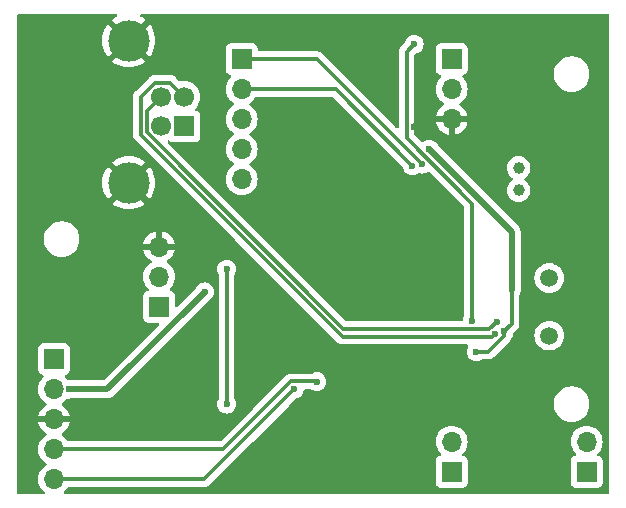
<source format=gbr>
%TF.GenerationSoftware,KiCad,Pcbnew,7.0.7*%
%TF.CreationDate,2023-12-05T11:36:27+01:00*%
%TF.ProjectId,PF,50462e6b-6963-4616-945f-706362585858,rev?*%
%TF.SameCoordinates,Original*%
%TF.FileFunction,Copper,L2,Bot*%
%TF.FilePolarity,Positive*%
%FSLAX46Y46*%
G04 Gerber Fmt 4.6, Leading zero omitted, Abs format (unit mm)*
G04 Created by KiCad (PCBNEW 7.0.7) date 2023-12-05 11:36:27*
%MOMM*%
%LPD*%
G01*
G04 APERTURE LIST*
%TA.AperFunction,ComponentPad*%
%ADD10R,1.700000X1.700000*%
%TD*%
%TA.AperFunction,ComponentPad*%
%ADD11O,1.700000X1.700000*%
%TD*%
%TA.AperFunction,ComponentPad*%
%ADD12C,1.000000*%
%TD*%
%TA.AperFunction,ComponentPad*%
%ADD13C,1.500000*%
%TD*%
%TA.AperFunction,ComponentPad*%
%ADD14C,1.700000*%
%TD*%
%TA.AperFunction,ComponentPad*%
%ADD15C,3.500000*%
%TD*%
%TA.AperFunction,ViaPad*%
%ADD16C,0.600000*%
%TD*%
%TA.AperFunction,Conductor*%
%ADD17C,0.300000*%
%TD*%
%TA.AperFunction,Conductor*%
%ADD18C,0.500000*%
%TD*%
G04 APERTURE END LIST*
D10*
%TO.P,CON1,1,VPP*%
%TO.N,/~{MCLR}*%
X112395000Y-99695000D03*
D11*
%TO.P,CON1,2,VDD*%
%TO.N,+3V3*%
X112395000Y-102235000D03*
%TO.P,CON1,3,GND*%
%TO.N,GND*%
X112395000Y-104775000D03*
%TO.P,CON1,4,PGD*%
%TO.N,/PGD*%
X112395000Y-107315000D03*
%TO.P,CON1,5,PGC*%
%TO.N,/PGC*%
X112395000Y-109855000D03*
%TD*%
D12*
%TO.P,Q2,1,1*%
%TO.N,/SOSCI*%
X151715000Y-85405000D03*
%TO.P,Q2,2,2*%
%TO.N,/SOSCO*%
X151715000Y-83505000D03*
%TD*%
D10*
%TO.P,J3,1,Pin_1*%
%TO.N,/ANT_1*%
X146050000Y-109220000D03*
D11*
%TO.P,J3,2,Pin_2*%
%TO.N,/ANT_2*%
X146050000Y-106680000D03*
%TD*%
D13*
%TO.P,Q1,1,1*%
%TO.N,/OSCI*%
X154305000Y-97700000D03*
%TO.P,Q1,2,2*%
%TO.N,/OSCO*%
X154305000Y-92820000D03*
%TD*%
D10*
%TO.P,J6,1,Pin_1*%
%TO.N,Net-(J6-Pin_1)*%
X121285000Y-95250000D03*
D11*
%TO.P,J6,2,Pin_2*%
%TO.N,unconnected-(J6-Pin_2-Pad2)*%
X121285000Y-92710000D03*
%TO.P,J6,3,Pin_3*%
%TO.N,GND*%
X121285000Y-90170000D03*
%TD*%
D10*
%TO.P,J4,1,Pin_1*%
%TO.N,/RX*%
X128270000Y-74295000D03*
D11*
%TO.P,J4,2,Pin_2*%
%TO.N,/TX*%
X128270000Y-76835000D03*
%TO.P,J4,3,Pin_3*%
%TO.N,unconnected-(J4-Pin_3-Pad3)*%
X128270000Y-79375000D03*
%TO.P,J4,4,Pin_4*%
%TO.N,unconnected-(J4-Pin_4-Pad4)*%
X128270000Y-81915000D03*
%TO.P,J4,5,Pin_5*%
%TO.N,unconnected-(J4-Pin_5-Pad5)*%
X128270000Y-84455000D03*
%TD*%
D10*
%TO.P,J2,1,VBUS*%
%TO.N,+5V*%
X123417500Y-79990000D03*
D14*
%TO.P,J2,2,D-*%
%TO.N,/D-*%
X123417500Y-77490000D03*
%TO.P,J2,3,D+*%
%TO.N,/D+*%
X121417500Y-77490000D03*
%TO.P,J2,4,GND*%
%TO.N,GND*%
X121417500Y-79990000D03*
D15*
%TO.P,J2,5,Shield*%
X118707500Y-84760000D03*
X118707500Y-72720000D03*
%TD*%
D10*
%TO.P,J5,1,Pin_1*%
%TO.N,/ANT_1*%
X157480000Y-109220000D03*
D11*
%TO.P,J5,2,Pin_2*%
%TO.N,/ANT_2*%
X157480000Y-106680000D03*
%TD*%
D10*
%TO.P,J1,1,Pin_1*%
%TO.N,unconnected-(J1-Pin_1-Pad1)*%
X146050000Y-74295000D03*
D11*
%TO.P,J1,2,Pin_2*%
%TO.N,+3V3*%
X146050000Y-76835000D03*
%TO.P,J1,3,Pin_3*%
%TO.N,GND*%
X146050000Y-79375000D03*
%TD*%
D16*
%TO.N,Net-(IC1-VBUS)*%
X142875000Y-73025000D03*
X147773664Y-96505901D03*
%TO.N,+3V3*%
X148135500Y-99060000D03*
X125125000Y-94010000D03*
X113665000Y-102235000D03*
X151130000Y-93775500D03*
X150495000Y-97332819D03*
X144145000Y-81915000D03*
%TO.N,GND*%
X130038984Y-93843984D03*
X138430000Y-100965000D03*
X142875000Y-80010000D03*
%TO.N,/PGC*%
X132715000Y-102235000D03*
%TO.N,/PGD*%
X134620000Y-101600000D03*
%TO.N,/~{MCLR}*%
X127000000Y-103505000D03*
X127000000Y-92075000D03*
%TO.N,/RX*%
X143510000Y-83185000D03*
%TO.N,/TX*%
X142723489Y-83328545D03*
%TO.N,/D-*%
X149678502Y-97608502D03*
%TO.N,/D+*%
X149845500Y-96520000D03*
%TD*%
D17*
%TO.N,Net-(IC1-VBUS)*%
X142225000Y-73675000D02*
X142875000Y-73025000D01*
X147773664Y-86529425D02*
X142225000Y-80980761D01*
X142225000Y-80980761D02*
X142225000Y-73675000D01*
X147773664Y-96505901D02*
X147773664Y-86529425D01*
%TO.N,/D+*%
X120217500Y-80487057D02*
X120217500Y-78690000D01*
X136885443Y-97155000D02*
X120217500Y-80487057D01*
X149210500Y-97155000D02*
X136885443Y-97155000D01*
X149845500Y-96520000D02*
X149210500Y-97155000D01*
X120217500Y-78690000D02*
X121417500Y-77490000D01*
%TO.N,+3V3*%
X148135500Y-99060000D02*
X149146243Y-99060000D01*
X150495000Y-97711243D02*
X150495000Y-97332819D01*
X149146243Y-99060000D02*
X150495000Y-97711243D01*
%TO.N,/D-*%
X122217500Y-76290000D02*
X123417500Y-77490000D01*
X120920443Y-76290000D02*
X122217500Y-76290000D01*
X119717500Y-77492943D02*
X120920443Y-76290000D01*
X119717500Y-80694164D02*
X119717500Y-77492943D01*
X136827837Y-97804500D02*
X119717500Y-80694164D01*
X149482504Y-97804500D02*
X136827837Y-97804500D01*
X149678502Y-97608502D02*
X149482504Y-97804500D01*
%TO.N,+3V3*%
X151130000Y-96697819D02*
X151130000Y-93775500D01*
X150495000Y-97332819D02*
X151130000Y-96697819D01*
D18*
X144145000Y-81915000D02*
X151130000Y-88900000D01*
X116900000Y-102235000D02*
X113665000Y-102235000D01*
X125125000Y-94010000D02*
X116900000Y-102235000D01*
X151130000Y-88900000D02*
X151130000Y-93775500D01*
%TO.N,GND*%
X146050000Y-79375000D02*
X143510000Y-79375000D01*
D17*
X138430000Y-100965000D02*
X137795000Y-101600000D01*
D18*
X143510000Y-79375000D02*
X142875000Y-80010000D01*
D17*
X130038984Y-93843984D02*
X130673984Y-93843984D01*
X130673984Y-93843984D02*
X130810000Y-93980000D01*
%TO.N,/PGC*%
X125095000Y-109855000D02*
X132715000Y-102235000D01*
X125095000Y-109855000D02*
X112395000Y-109855000D01*
%TO.N,/PGD*%
X132445761Y-101585000D02*
X134605000Y-101585000D01*
X112395000Y-107315000D02*
X126715761Y-107315000D01*
X134605000Y-101585000D02*
X134620000Y-101600000D01*
X126715761Y-107315000D02*
X132445761Y-101585000D01*
%TO.N,/~{MCLR}*%
X127000000Y-92075000D02*
X127000000Y-103505000D01*
%TO.N,/RX*%
X143510000Y-83185000D02*
X134620000Y-74295000D01*
X134620000Y-74295000D02*
X128270000Y-74295000D01*
%TO.N,/TX*%
X142723489Y-83328545D02*
X136229944Y-76835000D01*
X136229944Y-76835000D02*
X128270000Y-76835000D01*
%TD*%
%TA.AperFunction,Conductor*%
%TO.N,GND*%
G36*
X117687689Y-70504685D02*
G01*
X117733444Y-70557489D01*
X117743388Y-70626647D01*
X117714363Y-70690203D01*
X117675494Y-70720212D01*
X117580093Y-70767258D01*
X117580080Y-70767265D01*
X117334850Y-70931123D01*
X117301458Y-70960406D01*
X117976418Y-71635365D01*
X118009903Y-71696688D01*
X118004919Y-71766379D01*
X117963466Y-71821999D01*
X117919278Y-71855368D01*
X117801726Y-71984318D01*
X117742015Y-72020600D01*
X117672167Y-72018839D01*
X117622408Y-71988461D01*
X116947906Y-71313958D01*
X116918623Y-71347350D01*
X116754765Y-71592580D01*
X116754758Y-71592593D01*
X116624312Y-71857111D01*
X116529505Y-72136400D01*
X116529501Y-72136415D01*
X116471964Y-72425675D01*
X116471962Y-72425687D01*
X116452672Y-72720000D01*
X116471962Y-73014312D01*
X116471964Y-73014324D01*
X116529501Y-73303584D01*
X116529505Y-73303599D01*
X116624312Y-73582888D01*
X116754758Y-73847406D01*
X116754765Y-73847419D01*
X116918622Y-74092648D01*
X116947906Y-74126039D01*
X117622408Y-73451537D01*
X117683731Y-73418052D01*
X117753422Y-73423036D01*
X117801722Y-73455676D01*
X117919282Y-73584634D01*
X117963464Y-73617998D01*
X118005099Y-73674106D01*
X118009792Y-73743817D01*
X117976418Y-73804633D01*
X117301459Y-74479592D01*
X117301459Y-74479593D01*
X117334844Y-74508872D01*
X117334848Y-74508875D01*
X117580080Y-74672734D01*
X117580093Y-74672741D01*
X117844611Y-74803187D01*
X118123900Y-74897994D01*
X118123915Y-74897998D01*
X118413175Y-74955535D01*
X118413187Y-74955537D01*
X118707499Y-74974827D01*
X119001812Y-74955537D01*
X119001824Y-74955535D01*
X119291084Y-74897998D01*
X119291099Y-74897994D01*
X119570388Y-74803187D01*
X119834906Y-74672741D01*
X119834919Y-74672734D01*
X120080150Y-74508877D01*
X120113539Y-74479593D01*
X120113540Y-74479592D01*
X119438581Y-73804633D01*
X119405096Y-73743310D01*
X119410080Y-73673618D01*
X119451533Y-73618000D01*
X119495718Y-73584634D01*
X119613276Y-73455678D01*
X119672983Y-73419400D01*
X119742831Y-73421160D01*
X119792591Y-73451538D01*
X120467092Y-74126040D01*
X120467093Y-74126039D01*
X120496377Y-74092650D01*
X120660234Y-73847419D01*
X120660241Y-73847406D01*
X120790687Y-73582888D01*
X120885494Y-73303599D01*
X120885498Y-73303584D01*
X120943035Y-73014324D01*
X120943037Y-73014312D01*
X120962327Y-72720000D01*
X120943037Y-72425687D01*
X120943035Y-72425675D01*
X120885498Y-72136415D01*
X120885494Y-72136400D01*
X120790687Y-71857111D01*
X120660241Y-71592593D01*
X120660234Y-71592580D01*
X120496375Y-71347348D01*
X120496372Y-71347344D01*
X120467093Y-71313959D01*
X120467092Y-71313959D01*
X119792590Y-71988461D01*
X119731267Y-72021946D01*
X119661575Y-72016962D01*
X119613276Y-71984321D01*
X119495718Y-71855366D01*
X119451533Y-71821999D01*
X119409898Y-71765890D01*
X119405207Y-71696178D01*
X119438580Y-71635365D01*
X120113539Y-70960406D01*
X120080148Y-70931122D01*
X119834919Y-70767265D01*
X119834906Y-70767258D01*
X119739506Y-70720212D01*
X119688087Y-70672907D01*
X119670405Y-70605312D01*
X119692075Y-70538887D01*
X119746216Y-70494723D01*
X119794350Y-70485000D01*
X159261000Y-70485000D01*
X159328039Y-70504685D01*
X159373794Y-70557489D01*
X159385000Y-70609000D01*
X159385000Y-111001000D01*
X159365315Y-111068039D01*
X159312511Y-111113794D01*
X159261000Y-111125000D01*
X113329056Y-111125000D01*
X113262017Y-111105315D01*
X113216262Y-111052511D01*
X113206318Y-110983353D01*
X113235343Y-110919797D01*
X113257931Y-110899426D01*
X113259429Y-110898376D01*
X113266401Y-110893495D01*
X113433495Y-110726401D01*
X113551146Y-110558377D01*
X113605724Y-110514752D01*
X113652722Y-110505500D01*
X125009495Y-110505500D01*
X125025505Y-110507267D01*
X125025528Y-110507026D01*
X125033289Y-110507758D01*
X125033296Y-110507760D01*
X125105203Y-110505500D01*
X125135925Y-110505500D01*
X125143190Y-110504581D01*
X125149016Y-110504122D01*
X125197569Y-110502597D01*
X125217956Y-110496673D01*
X125236996Y-110492731D01*
X125258058Y-110490071D01*
X125303235Y-110472183D01*
X125308735Y-110470300D01*
X125355398Y-110456744D01*
X125373665Y-110445939D01*
X125391136Y-110437380D01*
X125410871Y-110429568D01*
X125450177Y-110401010D01*
X125455043Y-110397813D01*
X125496865Y-110373081D01*
X125511870Y-110358075D01*
X125526668Y-110345436D01*
X125543837Y-110332963D01*
X125574809Y-110295522D01*
X125578723Y-110291221D01*
X129189944Y-106680000D01*
X144694341Y-106680000D01*
X144714936Y-106915403D01*
X144714938Y-106915413D01*
X144776094Y-107143655D01*
X144776096Y-107143659D01*
X144776097Y-107143663D01*
X144855993Y-107314999D01*
X144875965Y-107357830D01*
X144875967Y-107357834D01*
X144984281Y-107512521D01*
X145011501Y-107551396D01*
X145011506Y-107551402D01*
X145133430Y-107673326D01*
X145166915Y-107734649D01*
X145161931Y-107804341D01*
X145120059Y-107860274D01*
X145089083Y-107877189D01*
X144957669Y-107926203D01*
X144957664Y-107926206D01*
X144842455Y-108012452D01*
X144842452Y-108012455D01*
X144756206Y-108127664D01*
X144756202Y-108127671D01*
X144705908Y-108262517D01*
X144699501Y-108322116D01*
X144699501Y-108322123D01*
X144699500Y-108322135D01*
X144699500Y-110117870D01*
X144699501Y-110117876D01*
X144705908Y-110177483D01*
X144756202Y-110312328D01*
X144756206Y-110312335D01*
X144842452Y-110427544D01*
X144842455Y-110427547D01*
X144957664Y-110513793D01*
X144957671Y-110513797D01*
X145092517Y-110564091D01*
X145092516Y-110564091D01*
X145099444Y-110564835D01*
X145152127Y-110570500D01*
X146947872Y-110570499D01*
X147007483Y-110564091D01*
X147142331Y-110513796D01*
X147257546Y-110427546D01*
X147343796Y-110312331D01*
X147394091Y-110177483D01*
X147400500Y-110117873D01*
X147400499Y-108322128D01*
X147394091Y-108262517D01*
X147365699Y-108186395D01*
X147343797Y-108127671D01*
X147343793Y-108127664D01*
X147257547Y-108012455D01*
X147257544Y-108012452D01*
X147142335Y-107926206D01*
X147142328Y-107926202D01*
X147010917Y-107877189D01*
X146954983Y-107835318D01*
X146930566Y-107769853D01*
X146945418Y-107701580D01*
X146966563Y-107673332D01*
X147088495Y-107551401D01*
X147224035Y-107357830D01*
X147323903Y-107143663D01*
X147385063Y-106915408D01*
X147405659Y-106680000D01*
X156124341Y-106680000D01*
X156144936Y-106915403D01*
X156144938Y-106915413D01*
X156206094Y-107143655D01*
X156206096Y-107143659D01*
X156206097Y-107143663D01*
X156285993Y-107314999D01*
X156305965Y-107357830D01*
X156305967Y-107357834D01*
X156414281Y-107512521D01*
X156441501Y-107551396D01*
X156441506Y-107551402D01*
X156563430Y-107673326D01*
X156596915Y-107734649D01*
X156591931Y-107804341D01*
X156550059Y-107860274D01*
X156519083Y-107877189D01*
X156387669Y-107926203D01*
X156387664Y-107926206D01*
X156272455Y-108012452D01*
X156272452Y-108012455D01*
X156186206Y-108127664D01*
X156186202Y-108127671D01*
X156135908Y-108262517D01*
X156129501Y-108322116D01*
X156129501Y-108322123D01*
X156129500Y-108322135D01*
X156129500Y-110117870D01*
X156129501Y-110117876D01*
X156135908Y-110177483D01*
X156186202Y-110312328D01*
X156186206Y-110312335D01*
X156272452Y-110427544D01*
X156272455Y-110427547D01*
X156387664Y-110513793D01*
X156387671Y-110513797D01*
X156522517Y-110564091D01*
X156522516Y-110564091D01*
X156529444Y-110564835D01*
X156582127Y-110570500D01*
X158377872Y-110570499D01*
X158437483Y-110564091D01*
X158572331Y-110513796D01*
X158687546Y-110427546D01*
X158773796Y-110312331D01*
X158824091Y-110177483D01*
X158830500Y-110117873D01*
X158830499Y-108322128D01*
X158824091Y-108262517D01*
X158795699Y-108186395D01*
X158773797Y-108127671D01*
X158773793Y-108127664D01*
X158687547Y-108012455D01*
X158687544Y-108012452D01*
X158572335Y-107926206D01*
X158572328Y-107926202D01*
X158440917Y-107877189D01*
X158384983Y-107835318D01*
X158360566Y-107769853D01*
X158375418Y-107701580D01*
X158396563Y-107673332D01*
X158518495Y-107551401D01*
X158654035Y-107357830D01*
X158753903Y-107143663D01*
X158815063Y-106915408D01*
X158835659Y-106680000D01*
X158815063Y-106444592D01*
X158753903Y-106216337D01*
X158654035Y-106002171D01*
X158624046Y-105959341D01*
X158518494Y-105808597D01*
X158351402Y-105641506D01*
X158351395Y-105641501D01*
X158157834Y-105505967D01*
X158157830Y-105505965D01*
X158157830Y-105505964D01*
X157943663Y-105406097D01*
X157943659Y-105406096D01*
X157943655Y-105406094D01*
X157715413Y-105344938D01*
X157715403Y-105344936D01*
X157480001Y-105324341D01*
X157479999Y-105324341D01*
X157244596Y-105344936D01*
X157244586Y-105344938D01*
X157016344Y-105406094D01*
X157016335Y-105406098D01*
X156802171Y-105505964D01*
X156802169Y-105505965D01*
X156608597Y-105641505D01*
X156441505Y-105808597D01*
X156305965Y-106002169D01*
X156305964Y-106002171D01*
X156206098Y-106216335D01*
X156206094Y-106216344D01*
X156144938Y-106444586D01*
X156144936Y-106444596D01*
X156124341Y-106679999D01*
X156124341Y-106680000D01*
X147405659Y-106680000D01*
X147385063Y-106444592D01*
X147323903Y-106216337D01*
X147224035Y-106002171D01*
X147194046Y-105959341D01*
X147088494Y-105808597D01*
X146921402Y-105641506D01*
X146921395Y-105641501D01*
X146727834Y-105505967D01*
X146727830Y-105505965D01*
X146727828Y-105505964D01*
X146513663Y-105406097D01*
X146513659Y-105406096D01*
X146513655Y-105406094D01*
X146285413Y-105344938D01*
X146285403Y-105344936D01*
X146050001Y-105324341D01*
X146049999Y-105324341D01*
X145814596Y-105344936D01*
X145814586Y-105344938D01*
X145586344Y-105406094D01*
X145586335Y-105406098D01*
X145372171Y-105505964D01*
X145372169Y-105505965D01*
X145178597Y-105641505D01*
X145011505Y-105808597D01*
X144875965Y-106002169D01*
X144875964Y-106002171D01*
X144776098Y-106216335D01*
X144776094Y-106216344D01*
X144714938Y-106444586D01*
X144714936Y-106444596D01*
X144694341Y-106679999D01*
X144694341Y-106680000D01*
X129189944Y-106680000D01*
X132240610Y-103629334D01*
X154709500Y-103629334D01*
X154750429Y-103874616D01*
X154831169Y-104109802D01*
X154831172Y-104109811D01*
X154939815Y-104310565D01*
X154949526Y-104328509D01*
X155102262Y-104524744D01*
X155256410Y-104666647D01*
X155285217Y-104693166D01*
X155493393Y-104829173D01*
X155721118Y-104929063D01*
X155941392Y-104984844D01*
X155962179Y-104990108D01*
X155962181Y-104990108D01*
X155962186Y-104990109D01*
X156095376Y-105001145D01*
X156147933Y-105005500D01*
X156147935Y-105005500D01*
X156272065Y-105005500D01*
X156272067Y-105005500D01*
X156333284Y-105000427D01*
X156457813Y-104990109D01*
X156457816Y-104990108D01*
X156457821Y-104990108D01*
X156698881Y-104929063D01*
X156926607Y-104829173D01*
X157134785Y-104693164D01*
X157317738Y-104524744D01*
X157470474Y-104328509D01*
X157588828Y-104109810D01*
X157669571Y-103874614D01*
X157710500Y-103629335D01*
X157710500Y-103380665D01*
X157669571Y-103135386D01*
X157588828Y-102900190D01*
X157470474Y-102681491D01*
X157317738Y-102485256D01*
X157144511Y-102325789D01*
X157134782Y-102316833D01*
X156926606Y-102180826D01*
X156698881Y-102080936D01*
X156457824Y-102019892D01*
X156457813Y-102019890D01*
X156292548Y-102006197D01*
X156272067Y-102004500D01*
X156147933Y-102004500D01*
X156128521Y-102006108D01*
X155962186Y-102019890D01*
X155962175Y-102019892D01*
X155721118Y-102080936D01*
X155493393Y-102180826D01*
X155285217Y-102316833D01*
X155102261Y-102485257D01*
X154949524Y-102681493D01*
X154831172Y-102900188D01*
X154831169Y-102900197D01*
X154750429Y-103135383D01*
X154709500Y-103380665D01*
X154709500Y-103629334D01*
X132240610Y-103629334D01*
X132813224Y-103056720D01*
X132874545Y-103023237D01*
X132887019Y-103021183D01*
X132894255Y-103020368D01*
X133064522Y-102960789D01*
X133217262Y-102864816D01*
X133344816Y-102737262D01*
X133440789Y-102584522D01*
X133500368Y-102414255D01*
X133508101Y-102345617D01*
X133535168Y-102281203D01*
X133592763Y-102241648D01*
X133631322Y-102235500D01*
X134091060Y-102235500D01*
X134157032Y-102254506D01*
X134256224Y-102316833D01*
X134270478Y-102325789D01*
X134440744Y-102385368D01*
X134440745Y-102385368D01*
X134440750Y-102385369D01*
X134619996Y-102405565D01*
X134620000Y-102405565D01*
X134620004Y-102405565D01*
X134799249Y-102385369D01*
X134799252Y-102385368D01*
X134799255Y-102385368D01*
X134969522Y-102325789D01*
X135122262Y-102229816D01*
X135249816Y-102102262D01*
X135345789Y-101949522D01*
X135405368Y-101779255D01*
X135405369Y-101779249D01*
X135425565Y-101600003D01*
X135425565Y-101599996D01*
X135405369Y-101420750D01*
X135405368Y-101420745D01*
X135345788Y-101250476D01*
X135281895Y-101148791D01*
X135249816Y-101097738D01*
X135122262Y-100970184D01*
X135118481Y-100967808D01*
X134969523Y-100874211D01*
X134799254Y-100814631D01*
X134799249Y-100814630D01*
X134620004Y-100794435D01*
X134619996Y-100794435D01*
X134440750Y-100814630D01*
X134440745Y-100814631D01*
X134270475Y-100874211D01*
X134204778Y-100915493D01*
X134138805Y-100934500D01*
X132531267Y-100934500D01*
X132515256Y-100932732D01*
X132515234Y-100932974D01*
X132507467Y-100932239D01*
X132435544Y-100934500D01*
X132404836Y-100934500D01*
X132404832Y-100934500D01*
X132404821Y-100934501D01*
X132397565Y-100935417D01*
X132391747Y-100935875D01*
X132343194Y-100937401D01*
X132328634Y-100941630D01*
X132322801Y-100943325D01*
X132303757Y-100947269D01*
X132282703Y-100949929D01*
X132282701Y-100949929D01*
X132237542Y-100967808D01*
X132232016Y-100969700D01*
X132185362Y-100983254D01*
X132167086Y-100994063D01*
X132149621Y-101002619D01*
X132129885Y-101010433D01*
X132090585Y-101038986D01*
X132085703Y-101042193D01*
X132043897Y-101066917D01*
X132028885Y-101081929D01*
X132014097Y-101094558D01*
X131996928Y-101107032D01*
X131996926Y-101107034D01*
X131965955Y-101144470D01*
X131962022Y-101148791D01*
X129206889Y-103903926D01*
X126482634Y-106628181D01*
X126421311Y-106661666D01*
X126394953Y-106664500D01*
X113652721Y-106664500D01*
X113585682Y-106644815D01*
X113551146Y-106611623D01*
X113433494Y-106443597D01*
X113266402Y-106276506D01*
X113266401Y-106276505D01*
X113080405Y-106146269D01*
X113036781Y-106091692D01*
X113029588Y-106022193D01*
X113061110Y-105959839D01*
X113080405Y-105943119D01*
X113266082Y-105813105D01*
X113433105Y-105646082D01*
X113568600Y-105452578D01*
X113668429Y-105238492D01*
X113668432Y-105238486D01*
X113725636Y-105025000D01*
X113008347Y-105025000D01*
X112941308Y-105005315D01*
X112895553Y-104952511D01*
X112885609Y-104883353D01*
X112889369Y-104866067D01*
X112895000Y-104846888D01*
X112895000Y-104703111D01*
X112889369Y-104683933D01*
X112889370Y-104614064D01*
X112927145Y-104555286D01*
X112990701Y-104526262D01*
X113008347Y-104525000D01*
X113725636Y-104525000D01*
X113725635Y-104524999D01*
X113668432Y-104311513D01*
X113668429Y-104311507D01*
X113568600Y-104097422D01*
X113568599Y-104097420D01*
X113433113Y-103903926D01*
X113433108Y-103903920D01*
X113266078Y-103736890D01*
X113080405Y-103606879D01*
X113036780Y-103552302D01*
X113031885Y-103505003D01*
X126194435Y-103505003D01*
X126214630Y-103684249D01*
X126214631Y-103684254D01*
X126274211Y-103854523D01*
X126370183Y-104007261D01*
X126370184Y-104007262D01*
X126497738Y-104134816D01*
X126650478Y-104230789D01*
X126776826Y-104275000D01*
X126820745Y-104290368D01*
X126820750Y-104290369D01*
X126999996Y-104310565D01*
X127000000Y-104310565D01*
X127000004Y-104310565D01*
X127179249Y-104290369D01*
X127179252Y-104290368D01*
X127179255Y-104290368D01*
X127349522Y-104230789D01*
X127502262Y-104134816D01*
X127629816Y-104007262D01*
X127725789Y-103854522D01*
X127785368Y-103684255D01*
X127795970Y-103590160D01*
X127805565Y-103505003D01*
X127805565Y-103504996D01*
X127785369Y-103325750D01*
X127785366Y-103325737D01*
X127725790Y-103155481D01*
X127725789Y-103155478D01*
X127679337Y-103081550D01*
X127669506Y-103065903D01*
X127650500Y-102999931D01*
X127650500Y-92580067D01*
X127669507Y-92514094D01*
X127725788Y-92424524D01*
X127785368Y-92254254D01*
X127785369Y-92254249D01*
X127805565Y-92075003D01*
X127805565Y-92074996D01*
X127785369Y-91895750D01*
X127785368Y-91895745D01*
X127725788Y-91725476D01*
X127629815Y-91572737D01*
X127502262Y-91445184D01*
X127349523Y-91349211D01*
X127179254Y-91289631D01*
X127179249Y-91289630D01*
X127000004Y-91269435D01*
X126999996Y-91269435D01*
X126820750Y-91289630D01*
X126820745Y-91289631D01*
X126650476Y-91349211D01*
X126497737Y-91445184D01*
X126370184Y-91572737D01*
X126274211Y-91725476D01*
X126214631Y-91895745D01*
X126214630Y-91895750D01*
X126194435Y-92074996D01*
X126194435Y-92075003D01*
X126214630Y-92254249D01*
X126214631Y-92254254D01*
X126274211Y-92424524D01*
X126330493Y-92514094D01*
X126349500Y-92580067D01*
X126349500Y-102999931D01*
X126330494Y-103065903D01*
X126274211Y-103155477D01*
X126274209Y-103155481D01*
X126214633Y-103325737D01*
X126214630Y-103325750D01*
X126194435Y-103504996D01*
X126194435Y-103505003D01*
X113031885Y-103505003D01*
X113029588Y-103482804D01*
X113061110Y-103420449D01*
X113080406Y-103403730D01*
X113266401Y-103273495D01*
X113433495Y-103106401D01*
X113450896Y-103081548D01*
X113505470Y-103037923D01*
X113566355Y-103029450D01*
X113641552Y-103037923D01*
X113664999Y-103040565D01*
X113665000Y-103040565D01*
X113665004Y-103040565D01*
X113844249Y-103020369D01*
X113844252Y-103020368D01*
X113844255Y-103020368D01*
X113924017Y-102992457D01*
X113964972Y-102985500D01*
X116836295Y-102985500D01*
X116854265Y-102986809D01*
X116878023Y-102990289D01*
X116930068Y-102985735D01*
X116935470Y-102985500D01*
X116943704Y-102985500D01*
X116943709Y-102985500D01*
X116955327Y-102984141D01*
X116976276Y-102981693D01*
X116989028Y-102980577D01*
X117052797Y-102974999D01*
X117052805Y-102974996D01*
X117059866Y-102973539D01*
X117059878Y-102973598D01*
X117067243Y-102971965D01*
X117067229Y-102971906D01*
X117074246Y-102970241D01*
X117074255Y-102970241D01*
X117146423Y-102943974D01*
X117219334Y-102919814D01*
X117219343Y-102919807D01*
X117225882Y-102916760D01*
X117225908Y-102916816D01*
X117232690Y-102913532D01*
X117232663Y-102913478D01*
X117239106Y-102910240D01*
X117239117Y-102910237D01*
X117303283Y-102868034D01*
X117368656Y-102827712D01*
X117368662Y-102827705D01*
X117374325Y-102823229D01*
X117374362Y-102823277D01*
X117380204Y-102818518D01*
X117380164Y-102818471D01*
X117385691Y-102813832D01*
X117385696Y-102813830D01*
X117438386Y-102757981D01*
X125433059Y-94763306D01*
X125469132Y-94740657D01*
X125468244Y-94738813D01*
X125474515Y-94735792D01*
X125474516Y-94735790D01*
X125474522Y-94735789D01*
X125627262Y-94639816D01*
X125754816Y-94512262D01*
X125850789Y-94359522D01*
X125910368Y-94189255D01*
X125913927Y-94157669D01*
X125930565Y-94010003D01*
X125930565Y-94009996D01*
X125910369Y-93830750D01*
X125910368Y-93830745D01*
X125891037Y-93775500D01*
X125850789Y-93660478D01*
X125754816Y-93507738D01*
X125627262Y-93380184D01*
X125474523Y-93284211D01*
X125304254Y-93224631D01*
X125304249Y-93224630D01*
X125125004Y-93204435D01*
X125124996Y-93204435D01*
X124945750Y-93224630D01*
X124945745Y-93224631D01*
X124775476Y-93284211D01*
X124622737Y-93380184D01*
X124495184Y-93507737D01*
X124399208Y-93660483D01*
X124396186Y-93666758D01*
X124394361Y-93665878D01*
X124371692Y-93701939D01*
X122847180Y-95226452D01*
X122785857Y-95259937D01*
X122716165Y-95254953D01*
X122660232Y-95213081D01*
X122635815Y-95147617D01*
X122635499Y-95138771D01*
X122635499Y-94352129D01*
X122635498Y-94352123D01*
X122635497Y-94352116D01*
X122629091Y-94292517D01*
X122590576Y-94189254D01*
X122578797Y-94157671D01*
X122578793Y-94157664D01*
X122492547Y-94042455D01*
X122492544Y-94042452D01*
X122377335Y-93956206D01*
X122377328Y-93956202D01*
X122245917Y-93907189D01*
X122189983Y-93865318D01*
X122165566Y-93799853D01*
X122180418Y-93731580D01*
X122201563Y-93703332D01*
X122323495Y-93581401D01*
X122459035Y-93387830D01*
X122558903Y-93173663D01*
X122620063Y-92945408D01*
X122640659Y-92710000D01*
X122620063Y-92474592D01*
X122558903Y-92246337D01*
X122459035Y-92032171D01*
X122445699Y-92013124D01*
X122323494Y-91838597D01*
X122156402Y-91671506D01*
X122156401Y-91671505D01*
X121970405Y-91541269D01*
X121926781Y-91486692D01*
X121919588Y-91417193D01*
X121951110Y-91354839D01*
X121970405Y-91338119D01*
X122156082Y-91208105D01*
X122323105Y-91041082D01*
X122458600Y-90847578D01*
X122558429Y-90633492D01*
X122558432Y-90633486D01*
X122615636Y-90420000D01*
X121898347Y-90420000D01*
X121831308Y-90400315D01*
X121785553Y-90347511D01*
X121775609Y-90278353D01*
X121779369Y-90261067D01*
X121785000Y-90241888D01*
X121785000Y-90098111D01*
X121779369Y-90078933D01*
X121779370Y-90009064D01*
X121817145Y-89950286D01*
X121880701Y-89921262D01*
X121898347Y-89920000D01*
X122615636Y-89920000D01*
X122615635Y-89919999D01*
X122558432Y-89706513D01*
X122558429Y-89706507D01*
X122458600Y-89492422D01*
X122458599Y-89492420D01*
X122323113Y-89298926D01*
X122323108Y-89298920D01*
X122156082Y-89131894D01*
X121962578Y-88996399D01*
X121748492Y-88896570D01*
X121748486Y-88896567D01*
X121535000Y-88839364D01*
X121535000Y-89557698D01*
X121515315Y-89624737D01*
X121462511Y-89670492D01*
X121393355Y-89680436D01*
X121320766Y-89670000D01*
X121320763Y-89670000D01*
X121249237Y-89670000D01*
X121249233Y-89670000D01*
X121176644Y-89680436D01*
X121107486Y-89670492D01*
X121054683Y-89624736D01*
X121034999Y-89557698D01*
X121034999Y-88839364D01*
X121034998Y-88839364D01*
X120821505Y-88896570D01*
X120607422Y-88996399D01*
X120607420Y-88996400D01*
X120413926Y-89131886D01*
X120413920Y-89131891D01*
X120246891Y-89298920D01*
X120246886Y-89298926D01*
X120111400Y-89492420D01*
X120111399Y-89492422D01*
X120011570Y-89706507D01*
X120011567Y-89706513D01*
X119954364Y-89919999D01*
X119954364Y-89920000D01*
X120671653Y-89920000D01*
X120738692Y-89939685D01*
X120784447Y-89992489D01*
X120794391Y-90061647D01*
X120790631Y-90078933D01*
X120785000Y-90098111D01*
X120785000Y-90241888D01*
X120790631Y-90261067D01*
X120790630Y-90330936D01*
X120752855Y-90389714D01*
X120689299Y-90418738D01*
X120671653Y-90420000D01*
X119954364Y-90420000D01*
X120011567Y-90633486D01*
X120011570Y-90633492D01*
X120111399Y-90847578D01*
X120246894Y-91041082D01*
X120413917Y-91208105D01*
X120599595Y-91338119D01*
X120643219Y-91392696D01*
X120650412Y-91462195D01*
X120618890Y-91524549D01*
X120599595Y-91541269D01*
X120413594Y-91671508D01*
X120246505Y-91838597D01*
X120110965Y-92032169D01*
X120110964Y-92032171D01*
X120011098Y-92246335D01*
X120011094Y-92246344D01*
X119949938Y-92474586D01*
X119949936Y-92474596D01*
X119929341Y-92709999D01*
X119929341Y-92710000D01*
X119949936Y-92945403D01*
X119949938Y-92945413D01*
X120011094Y-93173655D01*
X120011096Y-93173659D01*
X120011097Y-93173663D01*
X120046382Y-93249331D01*
X120110965Y-93387830D01*
X120110967Y-93387834D01*
X120201048Y-93516482D01*
X120246501Y-93581396D01*
X120246506Y-93581402D01*
X120368430Y-93703326D01*
X120401915Y-93764649D01*
X120396931Y-93834341D01*
X120355059Y-93890274D01*
X120324083Y-93907189D01*
X120192669Y-93956203D01*
X120192664Y-93956206D01*
X120077455Y-94042452D01*
X120077452Y-94042455D01*
X119991206Y-94157664D01*
X119991202Y-94157671D01*
X119940908Y-94292517D01*
X119934501Y-94352116D01*
X119934501Y-94352123D01*
X119934500Y-94352135D01*
X119934500Y-96147870D01*
X119934501Y-96147876D01*
X119940908Y-96207483D01*
X119991202Y-96342328D01*
X119991206Y-96342335D01*
X120077452Y-96457544D01*
X120077455Y-96457547D01*
X120192664Y-96543793D01*
X120192671Y-96543797D01*
X120327517Y-96594091D01*
X120327516Y-96594091D01*
X120334444Y-96594835D01*
X120387127Y-96600500D01*
X121173770Y-96600499D01*
X121240809Y-96620183D01*
X121286564Y-96672987D01*
X121296508Y-96742146D01*
X121267483Y-96805702D01*
X121261451Y-96812180D01*
X116625451Y-101448181D01*
X116564128Y-101481666D01*
X116537770Y-101484500D01*
X113964972Y-101484500D01*
X113924017Y-101477542D01*
X113844254Y-101449631D01*
X113844249Y-101449630D01*
X113665004Y-101429435D01*
X113664997Y-101429435D01*
X113566355Y-101440549D01*
X113497533Y-101428494D01*
X113450896Y-101388451D01*
X113433495Y-101363599D01*
X113311567Y-101241671D01*
X113278084Y-101180351D01*
X113283068Y-101110659D01*
X113324939Y-101054725D01*
X113355915Y-101037810D01*
X113487331Y-100988796D01*
X113602546Y-100902546D01*
X113688796Y-100787331D01*
X113739091Y-100652483D01*
X113745500Y-100592873D01*
X113745499Y-98797128D01*
X113739091Y-98737517D01*
X113729005Y-98710476D01*
X113688797Y-98602671D01*
X113688793Y-98602664D01*
X113602547Y-98487455D01*
X113602544Y-98487452D01*
X113487335Y-98401206D01*
X113487328Y-98401202D01*
X113352482Y-98350908D01*
X113352483Y-98350908D01*
X113292883Y-98344501D01*
X113292881Y-98344500D01*
X113292873Y-98344500D01*
X113292864Y-98344500D01*
X111497129Y-98344500D01*
X111497123Y-98344501D01*
X111437516Y-98350908D01*
X111302671Y-98401202D01*
X111302664Y-98401206D01*
X111187455Y-98487452D01*
X111187452Y-98487455D01*
X111101206Y-98602664D01*
X111101202Y-98602671D01*
X111050908Y-98737517D01*
X111045578Y-98787102D01*
X111044501Y-98797123D01*
X111044500Y-98797135D01*
X111044500Y-100592870D01*
X111044501Y-100592876D01*
X111050908Y-100652483D01*
X111101202Y-100787328D01*
X111101206Y-100787335D01*
X111187452Y-100902544D01*
X111187455Y-100902547D01*
X111302664Y-100988793D01*
X111302671Y-100988797D01*
X111434081Y-101037810D01*
X111490015Y-101079681D01*
X111514432Y-101145145D01*
X111499580Y-101213418D01*
X111478430Y-101241673D01*
X111356503Y-101363600D01*
X111220965Y-101557169D01*
X111220964Y-101557171D01*
X111121098Y-101771335D01*
X111121094Y-101771344D01*
X111059938Y-101999586D01*
X111059936Y-101999596D01*
X111039341Y-102234999D01*
X111039341Y-102235000D01*
X111059936Y-102470403D01*
X111059938Y-102470413D01*
X111121094Y-102698655D01*
X111121096Y-102698659D01*
X111121097Y-102698663D01*
X111177630Y-102819898D01*
X111220965Y-102912830D01*
X111220967Y-102912834D01*
X111296834Y-103021182D01*
X111356505Y-103106401D01*
X111523599Y-103273495D01*
X111676653Y-103380665D01*
X111709594Y-103403730D01*
X111753219Y-103458307D01*
X111760413Y-103527805D01*
X111728890Y-103590160D01*
X111709595Y-103606880D01*
X111523922Y-103736890D01*
X111523920Y-103736891D01*
X111356891Y-103903920D01*
X111356886Y-103903926D01*
X111221400Y-104097420D01*
X111221399Y-104097422D01*
X111121570Y-104311507D01*
X111121567Y-104311513D01*
X111064364Y-104524999D01*
X111064364Y-104525000D01*
X111781653Y-104525000D01*
X111848692Y-104544685D01*
X111894447Y-104597489D01*
X111904391Y-104666647D01*
X111900631Y-104683933D01*
X111895000Y-104703111D01*
X111895000Y-104846888D01*
X111900631Y-104866067D01*
X111900630Y-104935936D01*
X111862855Y-104994714D01*
X111799299Y-105023738D01*
X111781653Y-105025000D01*
X111064364Y-105025000D01*
X111121567Y-105238486D01*
X111121570Y-105238492D01*
X111221399Y-105452578D01*
X111356894Y-105646082D01*
X111523917Y-105813105D01*
X111709595Y-105943119D01*
X111753219Y-105997696D01*
X111760412Y-106067195D01*
X111728890Y-106129549D01*
X111709595Y-106146269D01*
X111523594Y-106276508D01*
X111356505Y-106443597D01*
X111220965Y-106637169D01*
X111220964Y-106637171D01*
X111121098Y-106851335D01*
X111121094Y-106851344D01*
X111059938Y-107079586D01*
X111059936Y-107079596D01*
X111039341Y-107314999D01*
X111039341Y-107315000D01*
X111059936Y-107550403D01*
X111059938Y-107550413D01*
X111121094Y-107778655D01*
X111121096Y-107778659D01*
X111121097Y-107778663D01*
X111133071Y-107804341D01*
X111220965Y-107992830D01*
X111220967Y-107992834D01*
X111315377Y-108127664D01*
X111356501Y-108186396D01*
X111356506Y-108186402D01*
X111523597Y-108353493D01*
X111523603Y-108353498D01*
X111709158Y-108483425D01*
X111752783Y-108538002D01*
X111759977Y-108607500D01*
X111728454Y-108669855D01*
X111709158Y-108686575D01*
X111523597Y-108816505D01*
X111356505Y-108983597D01*
X111220965Y-109177169D01*
X111220964Y-109177171D01*
X111121098Y-109391335D01*
X111121094Y-109391344D01*
X111059938Y-109619586D01*
X111059936Y-109619596D01*
X111039341Y-109854999D01*
X111039341Y-109855000D01*
X111059936Y-110090403D01*
X111059938Y-110090413D01*
X111121094Y-110318655D01*
X111121096Y-110318659D01*
X111121097Y-110318663D01*
X111192185Y-110471111D01*
X111220965Y-110532830D01*
X111220967Y-110532834D01*
X111329281Y-110687521D01*
X111356505Y-110726401D01*
X111523599Y-110893495D01*
X111528923Y-110897223D01*
X111532069Y-110899426D01*
X111575693Y-110954003D01*
X111582885Y-111023502D01*
X111551362Y-111085856D01*
X111491132Y-111121269D01*
X111460944Y-111125000D01*
X109344000Y-111125000D01*
X109276961Y-111105315D01*
X109231206Y-111052511D01*
X109220000Y-111001000D01*
X109220000Y-89659335D01*
X111529500Y-89659335D01*
X111543142Y-89741094D01*
X111570429Y-89904616D01*
X111651169Y-90139802D01*
X111651172Y-90139811D01*
X111754604Y-90330936D01*
X111769526Y-90358509D01*
X111922262Y-90554744D01*
X112081744Y-90701557D01*
X112105217Y-90723166D01*
X112313393Y-90859173D01*
X112541118Y-90959063D01*
X112782175Y-91020107D01*
X112782179Y-91020108D01*
X112782181Y-91020108D01*
X112782186Y-91020109D01*
X112915376Y-91031145D01*
X112967933Y-91035500D01*
X112967935Y-91035500D01*
X113092065Y-91035500D01*
X113092067Y-91035500D01*
X113153284Y-91030427D01*
X113277813Y-91020109D01*
X113277816Y-91020108D01*
X113277821Y-91020108D01*
X113518881Y-90959063D01*
X113746607Y-90859173D01*
X113954785Y-90723164D01*
X114137738Y-90554744D01*
X114290474Y-90358509D01*
X114408828Y-90139810D01*
X114489571Y-89904614D01*
X114530500Y-89659335D01*
X114530500Y-89410665D01*
X114489571Y-89165386D01*
X114408828Y-88930190D01*
X114373293Y-88864528D01*
X114290475Y-88711493D01*
X114290474Y-88711491D01*
X114137738Y-88515256D01*
X113954785Y-88346836D01*
X113954782Y-88346833D01*
X113746606Y-88210826D01*
X113518881Y-88110936D01*
X113277824Y-88049892D01*
X113277813Y-88049890D01*
X113112548Y-88036197D01*
X113092067Y-88034500D01*
X112967933Y-88034500D01*
X112948521Y-88036108D01*
X112782186Y-88049890D01*
X112782175Y-88049892D01*
X112541118Y-88110936D01*
X112313393Y-88210826D01*
X112105217Y-88346833D01*
X111922261Y-88515257D01*
X111769524Y-88711493D01*
X111651172Y-88930188D01*
X111651169Y-88930197D01*
X111570429Y-89165383D01*
X111529500Y-89410664D01*
X111529500Y-89410665D01*
X111529500Y-89659335D01*
X109220000Y-89659335D01*
X109220000Y-84760000D01*
X116452672Y-84760000D01*
X116471962Y-85054312D01*
X116471964Y-85054324D01*
X116529501Y-85343584D01*
X116529505Y-85343599D01*
X116624312Y-85622888D01*
X116754758Y-85887406D01*
X116754765Y-85887419D01*
X116918622Y-86132648D01*
X116947906Y-86166039D01*
X117622408Y-85491537D01*
X117683731Y-85458052D01*
X117753422Y-85463036D01*
X117801722Y-85495676D01*
X117919282Y-85624634D01*
X117963464Y-85657998D01*
X118005099Y-85714106D01*
X118009792Y-85783817D01*
X117976418Y-85844633D01*
X117301459Y-86519592D01*
X117301459Y-86519593D01*
X117334844Y-86548872D01*
X117334848Y-86548875D01*
X117580080Y-86712734D01*
X117580093Y-86712741D01*
X117844611Y-86843187D01*
X118123900Y-86937994D01*
X118123915Y-86937998D01*
X118413175Y-86995535D01*
X118413187Y-86995537D01*
X118707499Y-87014827D01*
X119001812Y-86995537D01*
X119001824Y-86995535D01*
X119291084Y-86937998D01*
X119291099Y-86937994D01*
X119570388Y-86843187D01*
X119834906Y-86712741D01*
X119834919Y-86712734D01*
X120080150Y-86548877D01*
X120113539Y-86519593D01*
X120113540Y-86519592D01*
X119438581Y-85844633D01*
X119405096Y-85783310D01*
X119410080Y-85713618D01*
X119451533Y-85658000D01*
X119495718Y-85624634D01*
X119613276Y-85495678D01*
X119672983Y-85459400D01*
X119742831Y-85461160D01*
X119792591Y-85491538D01*
X120467092Y-86166040D01*
X120467093Y-86166039D01*
X120496377Y-86132650D01*
X120660234Y-85887419D01*
X120660241Y-85887406D01*
X120790687Y-85622888D01*
X120885494Y-85343599D01*
X120885498Y-85343584D01*
X120943035Y-85054324D01*
X120943037Y-85054312D01*
X120962327Y-84760000D01*
X120943037Y-84465687D01*
X120943035Y-84465675D01*
X120885498Y-84176415D01*
X120885494Y-84176400D01*
X120790687Y-83897111D01*
X120660241Y-83632593D01*
X120660234Y-83632580D01*
X120496375Y-83387348D01*
X120496372Y-83387344D01*
X120467093Y-83353959D01*
X120467092Y-83353959D01*
X119792590Y-84028461D01*
X119731267Y-84061946D01*
X119661575Y-84056962D01*
X119613276Y-84024321D01*
X119495718Y-83895366D01*
X119451533Y-83861999D01*
X119409898Y-83805890D01*
X119405207Y-83736178D01*
X119438580Y-83675365D01*
X120113539Y-83000406D01*
X120080148Y-82971122D01*
X119834919Y-82807265D01*
X119834906Y-82807258D01*
X119570388Y-82676812D01*
X119291099Y-82582005D01*
X119291084Y-82582001D01*
X119001824Y-82524464D01*
X119001812Y-82524462D01*
X118707499Y-82505172D01*
X118413187Y-82524462D01*
X118413175Y-82524464D01*
X118123915Y-82582001D01*
X118123900Y-82582005D01*
X117844611Y-82676812D01*
X117580093Y-82807258D01*
X117580080Y-82807265D01*
X117334850Y-82971123D01*
X117301458Y-83000406D01*
X117976418Y-83675365D01*
X118009903Y-83736688D01*
X118004919Y-83806379D01*
X117963466Y-83861999D01*
X117919278Y-83895368D01*
X117801726Y-84024318D01*
X117742015Y-84060600D01*
X117672167Y-84058839D01*
X117622408Y-84028461D01*
X116947906Y-83353958D01*
X116918623Y-83387350D01*
X116754765Y-83632580D01*
X116754758Y-83632593D01*
X116624312Y-83897111D01*
X116529505Y-84176400D01*
X116529501Y-84176415D01*
X116471964Y-84465675D01*
X116471962Y-84465687D01*
X116452672Y-84760000D01*
X109220000Y-84760000D01*
X109220000Y-77472346D01*
X119062153Y-77472346D01*
X119066725Y-77520710D01*
X119067000Y-77526549D01*
X119067000Y-80608658D01*
X119065232Y-80624669D01*
X119065474Y-80624692D01*
X119064740Y-80632458D01*
X119067000Y-80704367D01*
X119067000Y-80735084D01*
X119067001Y-80735104D01*
X119067918Y-80742370D01*
X119068376Y-80748188D01*
X119069902Y-80796731D01*
X119069903Y-80796734D01*
X119075823Y-80817112D01*
X119079768Y-80836160D01*
X119082428Y-80857218D01*
X119082431Y-80857228D01*
X119100313Y-80902394D01*
X119102205Y-80907922D01*
X119115754Y-80954559D01*
X119115755Y-80954561D01*
X119126560Y-80972830D01*
X119135117Y-80990298D01*
X119140726Y-81004464D01*
X119142932Y-81010036D01*
X119171483Y-81049334D01*
X119174688Y-81054213D01*
X119199419Y-81096029D01*
X119199423Y-81096033D01*
X119214425Y-81111035D01*
X119227063Y-81125833D01*
X119239533Y-81142997D01*
X119239536Y-81143000D01*
X119239537Y-81143001D01*
X119276976Y-81173973D01*
X119281276Y-81177886D01*
X127809898Y-89706507D01*
X136307401Y-98204010D01*
X136317472Y-98216580D01*
X136317659Y-98216426D01*
X136322633Y-98222437D01*
X136322635Y-98222440D01*
X136332474Y-98231679D01*
X136375080Y-98271690D01*
X136396804Y-98293413D01*
X136402594Y-98297905D01*
X136407034Y-98301697D01*
X136434660Y-98327638D01*
X136442444Y-98334948D01*
X136442447Y-98334950D01*
X136442449Y-98334951D01*
X136461044Y-98345174D01*
X136477305Y-98355856D01*
X136494069Y-98368859D01*
X136494073Y-98368862D01*
X136538650Y-98388152D01*
X136543897Y-98390722D01*
X136586469Y-98414127D01*
X136607030Y-98419406D01*
X136625431Y-98425706D01*
X136644911Y-98434136D01*
X136690878Y-98441416D01*
X136692892Y-98441735D01*
X136698601Y-98442917D01*
X136745660Y-98455000D01*
X136766882Y-98455000D01*
X136786279Y-98456526D01*
X136807242Y-98459847D01*
X136851941Y-98455621D01*
X136855607Y-98455275D01*
X136861445Y-98455000D01*
X147345877Y-98455000D01*
X147412916Y-98474685D01*
X147458671Y-98527489D01*
X147468615Y-98596647D01*
X147450871Y-98644972D01*
X147409711Y-98710476D01*
X147350131Y-98880745D01*
X147350130Y-98880750D01*
X147329935Y-99059996D01*
X147329935Y-99060003D01*
X147350130Y-99239249D01*
X147350131Y-99239254D01*
X147409711Y-99409523D01*
X147466897Y-99500533D01*
X147505684Y-99562262D01*
X147633238Y-99689816D01*
X147785978Y-99785789D01*
X147956239Y-99845366D01*
X147956245Y-99845368D01*
X147956250Y-99845369D01*
X148135496Y-99865565D01*
X148135500Y-99865565D01*
X148135504Y-99865565D01*
X148314749Y-99845369D01*
X148314751Y-99845368D01*
X148314755Y-99845368D01*
X148314758Y-99845366D01*
X148314762Y-99845366D01*
X148404877Y-99813832D01*
X148485022Y-99785789D01*
X148574596Y-99729505D01*
X148640568Y-99710500D01*
X149060738Y-99710500D01*
X149076748Y-99712267D01*
X149076771Y-99712026D01*
X149084532Y-99712758D01*
X149084539Y-99712760D01*
X149156446Y-99710500D01*
X149187168Y-99710500D01*
X149194433Y-99709581D01*
X149200259Y-99709122D01*
X149248812Y-99707597D01*
X149269199Y-99701673D01*
X149288239Y-99697731D01*
X149309301Y-99695071D01*
X149354478Y-99677183D01*
X149359978Y-99675300D01*
X149406641Y-99661744D01*
X149424908Y-99650939D01*
X149442379Y-99642380D01*
X149462114Y-99634568D01*
X149501420Y-99606010D01*
X149506286Y-99602813D01*
X149548108Y-99578081D01*
X149563113Y-99563075D01*
X149577911Y-99550436D01*
X149595080Y-99537963D01*
X149626052Y-99500522D01*
X149629966Y-99496221D01*
X150894513Y-98231674D01*
X150907079Y-98221608D01*
X150906925Y-98221421D01*
X150912937Y-98216447D01*
X150912937Y-98216446D01*
X150912940Y-98216445D01*
X150962190Y-98163998D01*
X150983911Y-98142278D01*
X150988401Y-98136488D01*
X150992183Y-98132058D01*
X151025448Y-98096636D01*
X151035674Y-98078033D01*
X151046353Y-98061776D01*
X151059362Y-98045007D01*
X151078656Y-98000418D01*
X151081212Y-97995199D01*
X151104627Y-97952611D01*
X151109905Y-97932049D01*
X151116207Y-97913642D01*
X151124635Y-97894170D01*
X151132233Y-97846196D01*
X151133418Y-97840472D01*
X151136890Y-97826950D01*
X151152001Y-97791815D01*
X151209692Y-97700002D01*
X153049723Y-97700002D01*
X153068793Y-97917975D01*
X153068793Y-97917979D01*
X153125422Y-98129322D01*
X153125424Y-98129326D01*
X153125425Y-98129330D01*
X153131463Y-98142278D01*
X153217897Y-98327638D01*
X153223016Y-98334948D01*
X153343402Y-98506877D01*
X153498123Y-98661598D01*
X153677361Y-98787102D01*
X153875670Y-98879575D01*
X154087023Y-98936207D01*
X154269926Y-98952208D01*
X154304998Y-98955277D01*
X154305000Y-98955277D01*
X154305002Y-98955277D01*
X154333254Y-98952805D01*
X154522977Y-98936207D01*
X154734330Y-98879575D01*
X154932639Y-98787102D01*
X155111877Y-98661598D01*
X155266598Y-98506877D01*
X155392102Y-98327639D01*
X155484575Y-98129330D01*
X155541207Y-97917977D01*
X155560277Y-97700000D01*
X155541207Y-97482023D01*
X155484575Y-97270670D01*
X155392102Y-97072362D01*
X155392100Y-97072359D01*
X155392099Y-97072357D01*
X155266599Y-96893124D01*
X155200514Y-96827039D01*
X155111877Y-96738402D01*
X154932639Y-96612898D01*
X154932640Y-96612898D01*
X154932638Y-96612897D01*
X154784449Y-96543796D01*
X154734330Y-96520425D01*
X154734326Y-96520424D01*
X154734322Y-96520422D01*
X154522977Y-96463793D01*
X154305002Y-96444723D01*
X154304998Y-96444723D01*
X154159681Y-96457436D01*
X154087023Y-96463793D01*
X154087020Y-96463793D01*
X153875677Y-96520422D01*
X153875668Y-96520426D01*
X153677361Y-96612898D01*
X153677357Y-96612900D01*
X153498121Y-96738402D01*
X153343402Y-96893121D01*
X153217900Y-97072357D01*
X153217898Y-97072361D01*
X153125426Y-97270668D01*
X153125422Y-97270677D01*
X153068793Y-97482020D01*
X153068793Y-97482024D01*
X153049723Y-97699997D01*
X153049723Y-97700002D01*
X151209692Y-97700002D01*
X151220788Y-97682343D01*
X151280368Y-97512073D01*
X151281182Y-97504846D01*
X151308245Y-97440430D01*
X151316712Y-97431051D01*
X151529513Y-97218250D01*
X151542079Y-97208184D01*
X151541925Y-97207997D01*
X151547937Y-97203023D01*
X151547937Y-97203022D01*
X151547940Y-97203021D01*
X151597190Y-97150574D01*
X151618912Y-97128853D01*
X151623402Y-97123063D01*
X151627184Y-97118633D01*
X151660448Y-97083212D01*
X151670674Y-97064608D01*
X151681347Y-97048360D01*
X151694363Y-97031582D01*
X151713651Y-96987006D01*
X151716224Y-96981755D01*
X151716561Y-96981140D01*
X151739627Y-96939187D01*
X151744904Y-96918627D01*
X151751206Y-96900222D01*
X151759636Y-96880745D01*
X151767235Y-96832764D01*
X151768417Y-96827053D01*
X151780500Y-96779996D01*
X151780500Y-96758773D01*
X151782027Y-96739374D01*
X151782181Y-96738402D01*
X151785347Y-96718414D01*
X151780775Y-96670046D01*
X151780500Y-96664208D01*
X151780500Y-94280567D01*
X151799507Y-94214594D01*
X151855788Y-94125024D01*
X151855789Y-94125022D01*
X151915368Y-93954755D01*
X151915369Y-93954749D01*
X151935565Y-93775503D01*
X151935565Y-93775496D01*
X151915368Y-93596247D01*
X151915368Y-93596245D01*
X151887458Y-93516482D01*
X151880500Y-93475528D01*
X151880500Y-92820000D01*
X153049723Y-92820000D01*
X153060694Y-92945408D01*
X153068793Y-93037975D01*
X153068793Y-93037979D01*
X153125422Y-93249322D01*
X153125424Y-93249326D01*
X153125425Y-93249330D01*
X153171661Y-93348484D01*
X153217897Y-93447638D01*
X153217898Y-93447639D01*
X153343402Y-93626877D01*
X153498123Y-93781598D01*
X153677361Y-93907102D01*
X153875670Y-93999575D01*
X154087023Y-94056207D01*
X154269926Y-94072208D01*
X154304998Y-94075277D01*
X154305000Y-94075277D01*
X154305002Y-94075277D01*
X154333254Y-94072805D01*
X154522977Y-94056207D01*
X154734330Y-93999575D01*
X154932639Y-93907102D01*
X155111877Y-93781598D01*
X155266598Y-93626877D01*
X155392102Y-93447639D01*
X155484575Y-93249330D01*
X155541207Y-93037977D01*
X155560277Y-92820000D01*
X155541207Y-92602023D01*
X155484575Y-92390670D01*
X155392102Y-92192362D01*
X155392100Y-92192359D01*
X155392099Y-92192357D01*
X155266599Y-92013124D01*
X155266596Y-92013121D01*
X155111877Y-91858402D01*
X154932639Y-91732898D01*
X154932640Y-91732898D01*
X154932638Y-91732897D01*
X154833484Y-91686661D01*
X154734330Y-91640425D01*
X154734326Y-91640424D01*
X154734322Y-91640422D01*
X154522977Y-91583793D01*
X154305002Y-91564723D01*
X154304998Y-91564723D01*
X154159682Y-91577436D01*
X154087023Y-91583793D01*
X154087020Y-91583793D01*
X153875677Y-91640422D01*
X153875668Y-91640426D01*
X153677361Y-91732898D01*
X153677357Y-91732900D01*
X153498121Y-91858402D01*
X153343402Y-92013121D01*
X153217900Y-92192357D01*
X153217898Y-92192361D01*
X153125426Y-92390668D01*
X153125422Y-92390677D01*
X153068793Y-92602020D01*
X153068793Y-92602024D01*
X153059347Y-92709999D01*
X153049723Y-92820000D01*
X151880500Y-92820000D01*
X151880500Y-88963705D01*
X151881809Y-88945735D01*
X151884086Y-88930188D01*
X151885289Y-88921977D01*
X151880735Y-88869931D01*
X151880500Y-88864528D01*
X151880500Y-88856297D01*
X151880500Y-88856291D01*
X151876693Y-88823724D01*
X151869999Y-88747203D01*
X151869999Y-88747201D01*
X151868539Y-88740129D01*
X151868597Y-88740116D01*
X151866965Y-88732757D01*
X151866906Y-88732772D01*
X151865242Y-88725753D01*
X151865241Y-88725745D01*
X151838974Y-88653576D01*
X151814814Y-88580666D01*
X151814809Y-88580659D01*
X151811760Y-88574118D01*
X151811815Y-88574091D01*
X151808533Y-88567313D01*
X151808480Y-88567340D01*
X151805235Y-88560880D01*
X151763028Y-88496708D01*
X151722710Y-88431342D01*
X151718234Y-88425682D01*
X151718281Y-88425644D01*
X151713519Y-88419799D01*
X151713474Y-88419838D01*
X151708834Y-88414308D01*
X151652964Y-88361596D01*
X148696368Y-85405000D01*
X150709659Y-85405000D01*
X150728975Y-85601129D01*
X150728976Y-85601132D01*
X150784239Y-85783310D01*
X150786188Y-85789733D01*
X150879086Y-85963532D01*
X150879090Y-85963539D01*
X151004116Y-86115883D01*
X151156460Y-86240909D01*
X151156467Y-86240913D01*
X151330266Y-86333811D01*
X151330269Y-86333811D01*
X151330273Y-86333814D01*
X151518868Y-86391024D01*
X151715000Y-86410341D01*
X151911132Y-86391024D01*
X152099727Y-86333814D01*
X152273538Y-86240910D01*
X152425883Y-86115883D01*
X152550910Y-85963538D01*
X152632626Y-85810659D01*
X152643811Y-85789733D01*
X152643811Y-85789732D01*
X152643814Y-85789727D01*
X152701024Y-85601132D01*
X152720341Y-85405000D01*
X152701024Y-85208868D01*
X152643814Y-85020273D01*
X152643811Y-85020269D01*
X152643811Y-85020266D01*
X152550913Y-84846467D01*
X152550909Y-84846460D01*
X152425883Y-84694116D01*
X152273539Y-84569091D01*
X152273538Y-84569090D01*
X152264687Y-84564359D01*
X152214843Y-84515398D01*
X152199381Y-84447261D01*
X152223211Y-84381581D01*
X152264686Y-84345641D01*
X152273538Y-84340910D01*
X152425883Y-84215883D01*
X152550910Y-84063538D01*
X152643814Y-83889727D01*
X152701024Y-83701132D01*
X152720341Y-83505000D01*
X152701024Y-83308868D01*
X152643814Y-83120273D01*
X152643811Y-83120269D01*
X152643811Y-83120266D01*
X152550913Y-82946467D01*
X152550909Y-82946460D01*
X152425883Y-82794116D01*
X152273539Y-82669090D01*
X152273532Y-82669086D01*
X152099733Y-82576188D01*
X152099727Y-82576186D01*
X151973996Y-82538045D01*
X151911129Y-82518975D01*
X151715000Y-82499659D01*
X151518870Y-82518975D01*
X151330266Y-82576188D01*
X151156467Y-82669086D01*
X151156460Y-82669090D01*
X151004116Y-82794116D01*
X150879090Y-82946460D01*
X150879086Y-82946467D01*
X150786188Y-83120266D01*
X150728975Y-83308870D01*
X150709659Y-83505000D01*
X150728975Y-83701129D01*
X150786188Y-83889733D01*
X150879086Y-84063532D01*
X150879090Y-84063539D01*
X151004116Y-84215883D01*
X151156460Y-84340909D01*
X151156464Y-84340911D01*
X151165314Y-84345642D01*
X151215158Y-84394605D01*
X151230618Y-84462743D01*
X151206786Y-84528422D01*
X151165314Y-84564358D01*
X151156464Y-84569088D01*
X151156460Y-84569090D01*
X151004116Y-84694116D01*
X150879090Y-84846460D01*
X150879086Y-84846467D01*
X150786188Y-85020266D01*
X150728975Y-85208870D01*
X150709659Y-85405000D01*
X148696368Y-85405000D01*
X144898307Y-81606940D01*
X144875651Y-81570867D01*
X144873811Y-81571754D01*
X144870789Y-81565478D01*
X144774815Y-81412737D01*
X144647262Y-81285184D01*
X144494523Y-81189211D01*
X144324254Y-81129631D01*
X144324249Y-81129630D01*
X144145004Y-81109435D01*
X144144996Y-81109435D01*
X143965750Y-81129630D01*
X143965745Y-81129631D01*
X143795476Y-81189211D01*
X143642735Y-81285185D01*
X143633727Y-81294193D01*
X143572401Y-81327673D01*
X143502710Y-81322684D01*
X143458371Y-81294186D01*
X142911819Y-80747634D01*
X142878334Y-80686311D01*
X142875500Y-80659953D01*
X142875500Y-76835000D01*
X144694341Y-76835000D01*
X144714936Y-77070403D01*
X144714938Y-77070413D01*
X144776094Y-77298655D01*
X144776096Y-77298659D01*
X144776097Y-77298663D01*
X144828372Y-77410766D01*
X144875965Y-77512830D01*
X144875967Y-77512834D01*
X144893853Y-77538377D01*
X145011501Y-77706396D01*
X145011506Y-77706402D01*
X145178597Y-77873493D01*
X145178603Y-77873498D01*
X145364594Y-78003730D01*
X145408219Y-78058307D01*
X145415413Y-78127805D01*
X145383890Y-78190160D01*
X145364595Y-78206880D01*
X145178922Y-78336890D01*
X145178920Y-78336891D01*
X145011891Y-78503920D01*
X145011886Y-78503926D01*
X144876400Y-78697420D01*
X144876399Y-78697422D01*
X144776570Y-78911507D01*
X144776567Y-78911513D01*
X144719364Y-79124999D01*
X144719364Y-79125000D01*
X145436653Y-79125000D01*
X145503692Y-79144685D01*
X145549447Y-79197489D01*
X145559391Y-79266647D01*
X145555631Y-79283933D01*
X145550000Y-79303111D01*
X145550000Y-79446888D01*
X145555631Y-79466067D01*
X145555630Y-79535936D01*
X145517855Y-79594714D01*
X145454299Y-79623738D01*
X145436653Y-79625000D01*
X144719364Y-79625000D01*
X144776567Y-79838486D01*
X144776570Y-79838492D01*
X144876399Y-80052578D01*
X145011894Y-80246082D01*
X145178917Y-80413105D01*
X145372421Y-80548600D01*
X145586507Y-80648429D01*
X145586516Y-80648433D01*
X145800000Y-80705634D01*
X145800000Y-79987301D01*
X145819685Y-79920262D01*
X145872489Y-79874507D01*
X145941647Y-79864563D01*
X146014237Y-79875000D01*
X146014238Y-79875000D01*
X146085762Y-79875000D01*
X146085763Y-79875000D01*
X146158353Y-79864563D01*
X146227512Y-79874507D01*
X146280315Y-79920262D01*
X146300000Y-79987301D01*
X146300000Y-80705633D01*
X146513483Y-80648433D01*
X146513492Y-80648429D01*
X146727578Y-80548600D01*
X146921082Y-80413105D01*
X147088105Y-80246082D01*
X147223600Y-80052578D01*
X147323429Y-79838492D01*
X147323432Y-79838486D01*
X147380636Y-79625000D01*
X146663347Y-79625000D01*
X146596308Y-79605315D01*
X146550553Y-79552511D01*
X146540609Y-79483353D01*
X146544369Y-79466067D01*
X146550000Y-79446888D01*
X146550000Y-79303111D01*
X146544369Y-79283933D01*
X146544370Y-79214064D01*
X146582145Y-79155286D01*
X146645701Y-79126262D01*
X146663347Y-79125000D01*
X147380636Y-79125000D01*
X147380635Y-79124999D01*
X147323432Y-78911513D01*
X147323429Y-78911507D01*
X147223600Y-78697422D01*
X147223599Y-78697420D01*
X147088113Y-78503926D01*
X147088108Y-78503920D01*
X146921078Y-78336890D01*
X146735405Y-78206879D01*
X146691780Y-78152302D01*
X146684588Y-78082804D01*
X146716110Y-78020449D01*
X146735406Y-78003730D01*
X146735842Y-78003425D01*
X146921401Y-77873495D01*
X147088495Y-77706401D01*
X147224035Y-77512830D01*
X147323903Y-77298663D01*
X147385063Y-77070408D01*
X147405659Y-76835000D01*
X147385063Y-76599592D01*
X147323903Y-76371337D01*
X147224035Y-76157171D01*
X147222471Y-76154938D01*
X147088496Y-75963600D01*
X147059510Y-75934614D01*
X146966567Y-75841671D01*
X146933084Y-75780351D01*
X146938068Y-75710659D01*
X146954031Y-75689335D01*
X154709500Y-75689335D01*
X154719153Y-75747184D01*
X154750429Y-75934616D01*
X154831169Y-76169802D01*
X154831172Y-76169811D01*
X154949524Y-76388506D01*
X154949526Y-76388509D01*
X155102262Y-76584744D01*
X155261744Y-76731557D01*
X155285217Y-76753166D01*
X155493393Y-76889173D01*
X155721118Y-76989063D01*
X155923002Y-77040187D01*
X155962179Y-77050108D01*
X155962181Y-77050108D01*
X155962186Y-77050109D01*
X156095376Y-77061145D01*
X156147933Y-77065500D01*
X156147935Y-77065500D01*
X156272065Y-77065500D01*
X156272067Y-77065500D01*
X156333284Y-77060427D01*
X156457813Y-77050109D01*
X156457816Y-77050108D01*
X156457821Y-77050108D01*
X156698881Y-76989063D01*
X156926607Y-76889173D01*
X157134785Y-76753164D01*
X157317738Y-76584744D01*
X157470474Y-76388509D01*
X157588828Y-76169810D01*
X157669571Y-75934614D01*
X157710500Y-75689335D01*
X157710500Y-75440665D01*
X157669571Y-75195386D01*
X157588828Y-74960190D01*
X157470474Y-74741491D01*
X157317738Y-74545256D01*
X157134785Y-74376836D01*
X157134782Y-74376833D01*
X156926606Y-74240826D01*
X156698881Y-74140936D01*
X156457824Y-74079892D01*
X156457813Y-74079890D01*
X156292548Y-74066197D01*
X156272067Y-74064500D01*
X156147933Y-74064500D01*
X156128521Y-74066108D01*
X155962186Y-74079890D01*
X155962175Y-74079892D01*
X155721118Y-74140936D01*
X155493393Y-74240826D01*
X155285217Y-74376833D01*
X155102261Y-74545257D01*
X154949524Y-74741493D01*
X154831172Y-74960188D01*
X154831169Y-74960197D01*
X154750429Y-75195383D01*
X154740901Y-75252483D01*
X154709500Y-75440665D01*
X154709500Y-75689335D01*
X146954031Y-75689335D01*
X146979939Y-75654725D01*
X147010915Y-75637810D01*
X147142331Y-75588796D01*
X147257546Y-75502546D01*
X147343796Y-75387331D01*
X147394091Y-75252483D01*
X147400500Y-75192873D01*
X147400499Y-73397128D01*
X147394091Y-73337517D01*
X147383161Y-73308213D01*
X147343797Y-73202671D01*
X147343793Y-73202664D01*
X147257547Y-73087455D01*
X147257544Y-73087452D01*
X147142335Y-73001206D01*
X147142328Y-73001202D01*
X147007482Y-72950908D01*
X147007483Y-72950908D01*
X146947883Y-72944501D01*
X146947881Y-72944500D01*
X146947873Y-72944500D01*
X146947864Y-72944500D01*
X145152129Y-72944500D01*
X145152123Y-72944501D01*
X145092516Y-72950908D01*
X144957671Y-73001202D01*
X144957664Y-73001206D01*
X144842455Y-73087452D01*
X144842452Y-73087455D01*
X144756206Y-73202664D01*
X144756202Y-73202671D01*
X144705908Y-73337517D01*
X144699501Y-73397116D01*
X144699501Y-73397123D01*
X144699500Y-73397135D01*
X144699500Y-75192870D01*
X144699501Y-75192876D01*
X144705908Y-75252483D01*
X144756202Y-75387328D01*
X144756206Y-75387335D01*
X144842452Y-75502544D01*
X144842455Y-75502547D01*
X144957664Y-75588793D01*
X144957671Y-75588797D01*
X145089081Y-75637810D01*
X145145015Y-75679681D01*
X145169432Y-75745145D01*
X145154580Y-75813418D01*
X145133430Y-75841673D01*
X145011503Y-75963600D01*
X144875965Y-76157169D01*
X144875964Y-76157171D01*
X144776098Y-76371335D01*
X144776094Y-76371344D01*
X144714938Y-76599586D01*
X144714936Y-76599596D01*
X144694341Y-76834999D01*
X144694341Y-76835000D01*
X142875500Y-76835000D01*
X142875500Y-73995807D01*
X142895185Y-73928768D01*
X142911813Y-73908131D01*
X142973225Y-73846719D01*
X143034544Y-73813237D01*
X143047019Y-73811183D01*
X143054255Y-73810368D01*
X143224522Y-73750789D01*
X143377262Y-73654816D01*
X143504816Y-73527262D01*
X143600789Y-73374522D01*
X143660368Y-73204255D01*
X143660369Y-73204249D01*
X143680565Y-73025003D01*
X143680565Y-73024996D01*
X143660369Y-72845750D01*
X143660368Y-72845745D01*
X143600788Y-72675476D01*
X143504815Y-72522737D01*
X143377262Y-72395184D01*
X143224523Y-72299211D01*
X143054254Y-72239631D01*
X143054249Y-72239630D01*
X142875004Y-72219435D01*
X142874996Y-72219435D01*
X142695750Y-72239630D01*
X142695745Y-72239631D01*
X142525476Y-72299211D01*
X142372737Y-72395184D01*
X142245184Y-72522737D01*
X142149210Y-72675478D01*
X142089632Y-72845744D01*
X142089630Y-72845752D01*
X142088815Y-72852988D01*
X142061743Y-72917400D01*
X142053277Y-72926775D01*
X141825483Y-73154569D01*
X141812910Y-73164643D01*
X141813065Y-73164830D01*
X141807059Y-73169798D01*
X141782434Y-73196021D01*
X141757809Y-73222244D01*
X141746949Y-73233104D01*
X141736088Y-73243965D01*
X141736078Y-73243977D01*
X141731587Y-73249765D01*
X141727801Y-73254197D01*
X141694552Y-73289606D01*
X141684322Y-73308213D01*
X141673646Y-73324464D01*
X141660640Y-73341232D01*
X141660636Y-73341238D01*
X141641348Y-73385811D01*
X141638777Y-73391058D01*
X141615372Y-73433630D01*
X141615372Y-73433631D01*
X141610091Y-73454199D01*
X141603791Y-73472601D01*
X141595364Y-73492073D01*
X141587766Y-73540047D01*
X141586581Y-73545770D01*
X141574500Y-73592818D01*
X141574500Y-73614044D01*
X141572973Y-73633444D01*
X141571990Y-73639653D01*
X141569653Y-73654405D01*
X141572581Y-73685373D01*
X141574225Y-73702767D01*
X141574500Y-73708606D01*
X141574500Y-80030192D01*
X141554815Y-80097231D01*
X141502011Y-80142986D01*
X141432853Y-80152930D01*
X141369297Y-80123905D01*
X141362819Y-80117873D01*
X135140434Y-73895488D01*
X135130361Y-73882914D01*
X135130174Y-73883070D01*
X135125201Y-73877059D01*
X135072756Y-73827810D01*
X135051035Y-73806089D01*
X135045240Y-73801594D01*
X135040798Y-73797799D01*
X135005396Y-73764554D01*
X135005388Y-73764548D01*
X134986792Y-73754325D01*
X134970531Y-73743644D01*
X134970100Y-73743310D01*
X134953764Y-73730638D01*
X134953763Y-73730637D01*
X134917040Y-73714746D01*
X134909178Y-73711343D01*
X134903956Y-73708786D01*
X134861368Y-73685373D01*
X134861365Y-73685372D01*
X134840801Y-73680092D01*
X134822396Y-73673790D01*
X134802927Y-73665365D01*
X134802921Y-73665363D01*
X134754951Y-73657766D01*
X134749236Y-73656582D01*
X134732772Y-73652355D01*
X134702180Y-73644500D01*
X134702177Y-73644500D01*
X134680955Y-73644500D01*
X134661555Y-73642973D01*
X134640596Y-73639653D01*
X134640595Y-73639653D01*
X134616786Y-73641903D01*
X134592230Y-73644225D01*
X134586392Y-73644500D01*
X129744499Y-73644500D01*
X129677460Y-73624815D01*
X129631705Y-73572011D01*
X129620499Y-73520500D01*
X129620499Y-73397129D01*
X129620498Y-73397123D01*
X129620497Y-73397116D01*
X129614091Y-73337517D01*
X129603161Y-73308213D01*
X129563797Y-73202671D01*
X129563793Y-73202664D01*
X129477547Y-73087455D01*
X129477544Y-73087452D01*
X129362335Y-73001206D01*
X129362328Y-73001202D01*
X129227482Y-72950908D01*
X129227483Y-72950908D01*
X129167883Y-72944501D01*
X129167881Y-72944500D01*
X129167873Y-72944500D01*
X129167864Y-72944500D01*
X127372129Y-72944500D01*
X127372123Y-72944501D01*
X127312516Y-72950908D01*
X127177671Y-73001202D01*
X127177664Y-73001206D01*
X127062455Y-73087452D01*
X127062452Y-73087455D01*
X126976206Y-73202664D01*
X126976202Y-73202671D01*
X126925908Y-73337517D01*
X126919501Y-73397116D01*
X126919501Y-73397123D01*
X126919500Y-73397135D01*
X126919500Y-75192870D01*
X126919501Y-75192876D01*
X126925908Y-75252483D01*
X126976202Y-75387328D01*
X126976206Y-75387335D01*
X127062452Y-75502544D01*
X127062455Y-75502547D01*
X127177664Y-75588793D01*
X127177671Y-75588797D01*
X127309081Y-75637810D01*
X127365015Y-75679681D01*
X127389432Y-75745145D01*
X127374580Y-75813418D01*
X127353430Y-75841673D01*
X127231503Y-75963600D01*
X127095965Y-76157169D01*
X127095964Y-76157171D01*
X126996098Y-76371335D01*
X126996094Y-76371344D01*
X126934938Y-76599586D01*
X126934936Y-76599596D01*
X126914341Y-76834999D01*
X126914341Y-76835000D01*
X126934936Y-77070403D01*
X126934938Y-77070413D01*
X126996094Y-77298655D01*
X126996096Y-77298659D01*
X126996097Y-77298663D01*
X127048372Y-77410766D01*
X127095965Y-77512830D01*
X127095967Y-77512834D01*
X127113853Y-77538377D01*
X127231501Y-77706396D01*
X127231506Y-77706402D01*
X127398597Y-77873493D01*
X127398603Y-77873498D01*
X127584158Y-78003425D01*
X127627783Y-78058002D01*
X127634977Y-78127500D01*
X127603454Y-78189855D01*
X127584158Y-78206575D01*
X127398597Y-78336505D01*
X127231505Y-78503597D01*
X127095965Y-78697169D01*
X127095964Y-78697171D01*
X126996098Y-78911335D01*
X126996094Y-78911344D01*
X126934938Y-79139586D01*
X126934936Y-79139596D01*
X126914341Y-79374999D01*
X126914341Y-79375000D01*
X126934936Y-79610403D01*
X126934938Y-79610413D01*
X126996094Y-79838655D01*
X126996096Y-79838659D01*
X126996097Y-79838663D01*
X127050456Y-79955236D01*
X127095965Y-80052830D01*
X127095967Y-80052834D01*
X127231501Y-80246395D01*
X127231506Y-80246402D01*
X127398597Y-80413493D01*
X127398603Y-80413498D01*
X127584158Y-80543425D01*
X127627783Y-80598002D01*
X127634977Y-80667500D01*
X127603454Y-80729855D01*
X127584158Y-80746575D01*
X127398597Y-80876505D01*
X127231505Y-81043597D01*
X127095965Y-81237169D01*
X127095964Y-81237171D01*
X126996098Y-81451335D01*
X126996094Y-81451344D01*
X126934938Y-81679586D01*
X126934936Y-81679596D01*
X126914341Y-81914999D01*
X126914341Y-81915000D01*
X126934936Y-82150403D01*
X126934938Y-82150413D01*
X126996094Y-82378655D01*
X126996096Y-82378659D01*
X126996097Y-82378663D01*
X127064085Y-82524464D01*
X127095965Y-82592830D01*
X127095967Y-82592834D01*
X127231501Y-82786395D01*
X127231506Y-82786402D01*
X127398597Y-82953493D01*
X127398603Y-82953498D01*
X127584158Y-83083425D01*
X127627783Y-83138002D01*
X127634977Y-83207500D01*
X127603454Y-83269855D01*
X127584158Y-83286575D01*
X127398597Y-83416505D01*
X127231505Y-83583597D01*
X127095965Y-83777169D01*
X127095964Y-83777171D01*
X126996098Y-83991335D01*
X126996094Y-83991344D01*
X126934938Y-84219586D01*
X126934936Y-84219596D01*
X126914341Y-84454999D01*
X126914341Y-84455000D01*
X126934936Y-84690403D01*
X126934938Y-84690413D01*
X126996094Y-84918655D01*
X126996096Y-84918659D01*
X126996097Y-84918663D01*
X127059357Y-85054324D01*
X127095965Y-85132830D01*
X127095967Y-85132834D01*
X127200072Y-85281510D01*
X127231505Y-85326401D01*
X127398599Y-85493495D01*
X127495384Y-85561265D01*
X127592165Y-85629032D01*
X127592167Y-85629033D01*
X127592170Y-85629035D01*
X127806337Y-85728903D01*
X128034592Y-85790063D01*
X128222918Y-85806539D01*
X128269999Y-85810659D01*
X128270000Y-85810659D01*
X128270001Y-85810659D01*
X128309234Y-85807226D01*
X128505408Y-85790063D01*
X128733663Y-85728903D01*
X128947830Y-85629035D01*
X129141401Y-85493495D01*
X129308495Y-85326401D01*
X129444035Y-85132830D01*
X129543903Y-84918663D01*
X129605063Y-84690408D01*
X129625659Y-84455000D01*
X129605063Y-84219592D01*
X129543903Y-83991337D01*
X129444035Y-83777171D01*
X129425985Y-83751392D01*
X129308494Y-83583597D01*
X129141402Y-83416506D01*
X129141396Y-83416501D01*
X128955842Y-83286575D01*
X128912217Y-83231998D01*
X128905023Y-83162500D01*
X128936546Y-83100145D01*
X128955842Y-83083425D01*
X129074405Y-83000406D01*
X129141401Y-82953495D01*
X129308495Y-82786401D01*
X129444035Y-82592830D01*
X129543903Y-82378663D01*
X129605063Y-82150408D01*
X129625659Y-81915000D01*
X129605063Y-81679592D01*
X129543903Y-81451337D01*
X129444035Y-81237171D01*
X129416290Y-81197546D01*
X129308494Y-81043597D01*
X129141402Y-80876506D01*
X129141401Y-80876505D01*
X128958146Y-80748188D01*
X128955841Y-80746574D01*
X128912216Y-80691997D01*
X128905024Y-80622498D01*
X128936546Y-80560144D01*
X128955836Y-80543428D01*
X129141401Y-80413495D01*
X129308495Y-80246401D01*
X129444035Y-80052830D01*
X129543903Y-79838663D01*
X129605063Y-79610408D01*
X129625659Y-79375000D01*
X129605063Y-79139592D01*
X129543903Y-78911337D01*
X129444035Y-78697171D01*
X129443360Y-78696206D01*
X129308494Y-78503597D01*
X129141402Y-78336506D01*
X129141396Y-78336501D01*
X128955842Y-78206575D01*
X128912217Y-78151998D01*
X128905023Y-78082500D01*
X128936546Y-78020145D01*
X128955842Y-78003425D01*
X129026921Y-77953655D01*
X129141401Y-77873495D01*
X129308495Y-77706401D01*
X129426146Y-77538377D01*
X129480724Y-77494752D01*
X129527722Y-77485500D01*
X135909136Y-77485500D01*
X135976175Y-77505185D01*
X135996817Y-77521819D01*
X141901766Y-83426768D01*
X141935251Y-83488091D01*
X141937304Y-83500557D01*
X141938119Y-83507791D01*
X141938121Y-83507800D01*
X141997699Y-83678066D01*
X142034534Y-83736688D01*
X142093673Y-83830807D01*
X142221227Y-83958361D01*
X142373967Y-84054334D01*
X142544233Y-84113913D01*
X142544234Y-84113913D01*
X142544239Y-84113914D01*
X142723485Y-84134110D01*
X142723489Y-84134110D01*
X142723493Y-84134110D01*
X142902738Y-84113914D01*
X142902741Y-84113913D01*
X142902744Y-84113913D01*
X143073011Y-84054334D01*
X143200471Y-83974245D01*
X143267706Y-83955245D01*
X143307397Y-83962198D01*
X143330748Y-83970369D01*
X143509996Y-83990565D01*
X143510000Y-83990565D01*
X143510004Y-83990565D01*
X143689249Y-83970369D01*
X143689252Y-83970368D01*
X143689255Y-83970368D01*
X143859522Y-83910789D01*
X144006432Y-83818478D01*
X144073668Y-83799479D01*
X144140504Y-83819847D01*
X144160085Y-83835792D01*
X147086845Y-86762551D01*
X147120330Y-86823874D01*
X147123164Y-86850232D01*
X147123164Y-96000832D01*
X147104158Y-96066804D01*
X147047875Y-96156378D01*
X147047873Y-96156382D01*
X146988297Y-96326638D01*
X146988294Y-96326651D01*
X146980664Y-96394382D01*
X146953598Y-96458797D01*
X146896004Y-96498352D01*
X146857444Y-96504500D01*
X137206251Y-96504500D01*
X137139212Y-96484815D01*
X137118570Y-96468181D01*
X122028601Y-81378212D01*
X121995116Y-81316889D01*
X122000100Y-81247197D01*
X122041972Y-81191264D01*
X122063871Y-81178152D01*
X122071573Y-81174560D01*
X122140650Y-81164064D01*
X122204436Y-81192581D01*
X122209210Y-81196989D01*
X122325164Y-81283793D01*
X122325171Y-81283797D01*
X122460017Y-81334091D01*
X122460016Y-81334091D01*
X122466944Y-81334835D01*
X122519627Y-81340500D01*
X124315372Y-81340499D01*
X124374983Y-81334091D01*
X124509831Y-81283796D01*
X124625046Y-81197546D01*
X124711296Y-81082331D01*
X124761591Y-80947483D01*
X124768000Y-80887873D01*
X124767999Y-79092128D01*
X124761591Y-79032517D01*
X124734337Y-78959446D01*
X124711297Y-78897671D01*
X124711293Y-78897664D01*
X124625047Y-78782455D01*
X124625044Y-78782452D01*
X124509835Y-78696206D01*
X124509828Y-78696202D01*
X124407551Y-78658056D01*
X124351617Y-78616185D01*
X124327200Y-78550721D01*
X124342051Y-78482448D01*
X124363203Y-78454193D01*
X124363202Y-78454193D01*
X124455995Y-78361401D01*
X124591535Y-78167830D01*
X124691403Y-77953663D01*
X124752563Y-77725408D01*
X124773159Y-77490000D01*
X124752563Y-77254592D01*
X124691403Y-77026337D01*
X124591535Y-76812171D01*
X124550220Y-76753166D01*
X124455994Y-76618597D01*
X124288902Y-76451506D01*
X124288895Y-76451501D01*
X124095334Y-76315967D01*
X124095330Y-76315965D01*
X124095329Y-76315965D01*
X123881163Y-76216097D01*
X123881159Y-76216096D01*
X123881155Y-76216094D01*
X123652913Y-76154938D01*
X123652903Y-76154936D01*
X123417501Y-76134341D01*
X123417499Y-76134341D01*
X123182090Y-76154937D01*
X123182089Y-76154937D01*
X123109508Y-76174384D01*
X123039658Y-76172720D01*
X122989736Y-76142290D01*
X122737934Y-75890488D01*
X122727861Y-75877914D01*
X122727674Y-75878070D01*
X122722701Y-75872059D01*
X122670256Y-75822810D01*
X122648535Y-75801089D01*
X122642740Y-75796594D01*
X122638298Y-75792799D01*
X122602896Y-75759554D01*
X122602888Y-75759548D01*
X122584292Y-75749325D01*
X122568031Y-75738644D01*
X122551263Y-75725637D01*
X122516650Y-75710659D01*
X122506678Y-75706343D01*
X122501456Y-75703786D01*
X122458868Y-75680373D01*
X122458865Y-75680372D01*
X122438301Y-75675092D01*
X122419896Y-75668790D01*
X122400427Y-75660365D01*
X122400421Y-75660363D01*
X122352451Y-75652766D01*
X122346736Y-75651582D01*
X122323042Y-75645499D01*
X122299680Y-75639500D01*
X122299677Y-75639500D01*
X122278455Y-75639500D01*
X122259055Y-75637973D01*
X122238096Y-75634653D01*
X122238095Y-75634653D01*
X122214286Y-75636903D01*
X122189730Y-75639225D01*
X122183892Y-75639500D01*
X121005947Y-75639500D01*
X120989936Y-75637732D01*
X120989914Y-75637974D01*
X120982147Y-75637240D01*
X120982146Y-75637240D01*
X120910239Y-75639500D01*
X120879518Y-75639500D01*
X120879514Y-75639500D01*
X120879504Y-75639501D01*
X120872236Y-75640419D01*
X120866419Y-75640876D01*
X120817878Y-75642402D01*
X120817867Y-75642404D01*
X120797491Y-75648323D01*
X120778451Y-75652266D01*
X120757390Y-75654927D01*
X120757382Y-75654929D01*
X120712218Y-75672811D01*
X120706690Y-75674703D01*
X120660045Y-75688255D01*
X120641775Y-75699060D01*
X120624306Y-75707618D01*
X120604571Y-75715432D01*
X120604569Y-75715433D01*
X120565282Y-75743977D01*
X120560399Y-75747184D01*
X120518575Y-75771919D01*
X120503569Y-75786926D01*
X120488779Y-75799558D01*
X120471610Y-75812032D01*
X120471608Y-75812034D01*
X120440637Y-75849470D01*
X120436705Y-75853791D01*
X119317983Y-76972512D01*
X119305410Y-76982586D01*
X119305565Y-76982773D01*
X119299559Y-76987741D01*
X119274934Y-77013963D01*
X119250309Y-77040187D01*
X119239448Y-77051047D01*
X119228588Y-77061908D01*
X119228578Y-77061920D01*
X119224087Y-77067708D01*
X119220301Y-77072140D01*
X119187052Y-77107549D01*
X119176822Y-77126156D01*
X119166146Y-77142407D01*
X119153140Y-77159175D01*
X119153136Y-77159181D01*
X119133848Y-77203754D01*
X119131277Y-77209001D01*
X119107872Y-77251573D01*
X119107872Y-77251574D01*
X119102591Y-77272142D01*
X119096291Y-77290544D01*
X119087864Y-77310016D01*
X119080266Y-77357990D01*
X119079081Y-77363713D01*
X119067000Y-77410761D01*
X119067000Y-77431987D01*
X119065473Y-77451387D01*
X119062153Y-77472346D01*
X109220000Y-77472346D01*
X109220000Y-70609000D01*
X109239685Y-70541961D01*
X109292489Y-70496206D01*
X109344000Y-70485000D01*
X117620650Y-70485000D01*
X117687689Y-70504685D01*
G37*
%TD.AperFunction*%
%TD*%
M02*

</source>
